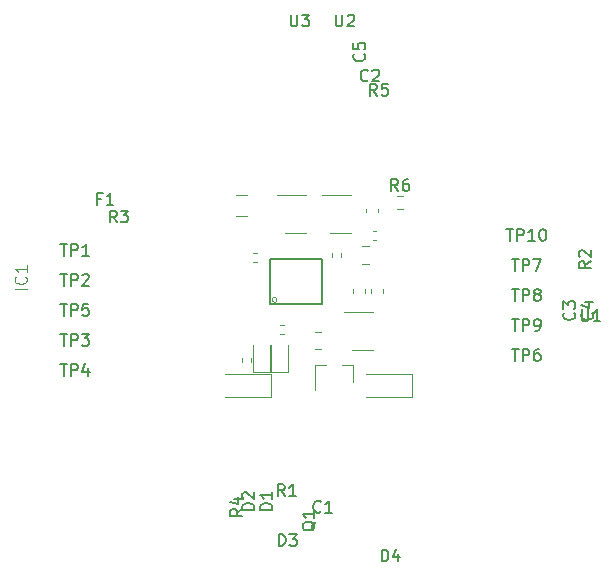
<source format=gbr>
%TF.GenerationSoftware,KiCad,Pcbnew,5.1.8*%
%TF.CreationDate,2020-11-29T14:50:24+01:00*%
%TF.ProjectId,lipo-stamp-proto,6c69706f-2d73-4746-916d-702d70726f74,rev?*%
%TF.SameCoordinates,Original*%
%TF.FileFunction,Legend,Top*%
%TF.FilePolarity,Positive*%
%FSLAX46Y46*%
G04 Gerber Fmt 4.6, Leading zero omitted, Abs format (unit mm)*
G04 Created by KiCad (PCBNEW 5.1.8) date 2020-11-29 14:50:24*
%MOMM*%
%LPD*%
G01*
G04 APERTURE LIST*
%ADD10C,0.120000*%
%ADD11C,0.100000*%
%ADD12C,0.127000*%
%ADD13C,0.150000*%
%ADD14C,0.015000*%
G04 APERTURE END LIST*
D10*
%TO.C,R6*%
X123777742Y-51293500D02*
X124252258Y-51293500D01*
X123777742Y-52338500D02*
X124252258Y-52338500D01*
%TO.C,C5*%
X121156000Y-52668080D02*
X121156000Y-52386920D01*
X122176000Y-52668080D02*
X122176000Y-52386920D01*
%TO.C,C4*%
X121537000Y-59462580D02*
X121537000Y-59181420D01*
X122557000Y-59462580D02*
X122557000Y-59181420D01*
%TO.C,C3*%
X120013000Y-59462580D02*
X120013000Y-59181420D01*
X121033000Y-59462580D02*
X121033000Y-59181420D01*
%TO.C,C2*%
X120830748Y-55526000D02*
X121353252Y-55526000D01*
X120830748Y-56996000D02*
X121353252Y-56996000D01*
%TO.C,C1*%
X117355252Y-64235000D02*
X116832748Y-64235000D01*
X117355252Y-62765000D02*
X116832748Y-62765000D01*
%TO.C,D4*%
X125060000Y-68310000D02*
X125060000Y-66310000D01*
X125060000Y-66310000D02*
X121160000Y-66310000D01*
X125060000Y-68310000D02*
X121160000Y-68310000D01*
%TO.C,D3*%
X113120000Y-68310000D02*
X113120000Y-66310000D01*
X113120000Y-66310000D02*
X109220000Y-66310000D01*
X113120000Y-68310000D02*
X109220000Y-68310000D01*
%TO.C,U3*%
X114246000Y-54436000D02*
X116046000Y-54436000D01*
X116046000Y-51216000D02*
X113596000Y-51216000D01*
%TO.C,U2*%
X118056000Y-54436000D02*
X119856000Y-54436000D01*
X119856000Y-51216000D02*
X117406000Y-51216000D01*
%TO.C,U1*%
X119961000Y-64287000D02*
X121761000Y-64287000D01*
X121761000Y-61067000D02*
X119311000Y-61067000D01*
%TO.C,R5*%
X122012141Y-54990000D02*
X121704859Y-54990000D01*
X122012141Y-54230000D02*
X121704859Y-54230000D01*
%TO.C,R4*%
X110618000Y-65306641D02*
X110618000Y-64999359D01*
X111378000Y-65306641D02*
X111378000Y-64999359D01*
%TO.C,R3*%
X111608359Y-56135000D02*
X111915641Y-56135000D01*
X111608359Y-56895000D02*
X111915641Y-56895000D01*
%TO.C,R2*%
X118238000Y-56416641D02*
X118238000Y-56109359D01*
X118998000Y-56416641D02*
X118998000Y-56109359D01*
%TO.C,R1*%
X114197641Y-62991000D02*
X113890359Y-62991000D01*
X114197641Y-62231000D02*
X113890359Y-62231000D01*
%TO.C,Q1*%
X120010000Y-65550000D02*
X119080000Y-65550000D01*
X116850000Y-65550000D02*
X117780000Y-65550000D01*
X116850000Y-65550000D02*
X116850000Y-67710000D01*
X120010000Y-65550000D02*
X120010000Y-67010000D01*
D11*
%TO.C,IC1*%
X113614000Y-60071000D02*
G75*
G03*
X113614000Y-60071000I-203000J0D01*
G01*
D12*
X112989000Y-56642000D02*
X112989000Y-60452000D01*
X117389000Y-56642000D02*
X112989000Y-56642000D01*
X117389000Y-60452000D02*
X117389000Y-56642000D01*
X112989000Y-60452000D02*
X117389000Y-60452000D01*
D10*
%TO.C,F1*%
X111079455Y-52980000D02*
X110098545Y-52980000D01*
X111079455Y-51160000D02*
X110098545Y-51160000D01*
%TO.C,D2*%
X111533000Y-63868500D02*
X111533000Y-66153500D01*
X111533000Y-66153500D02*
X113003000Y-66153500D01*
X113003000Y-66153500D02*
X113003000Y-63868500D01*
%TO.C,D1*%
X113057000Y-63868500D02*
X113057000Y-66153500D01*
X113057000Y-66153500D02*
X114527000Y-66153500D01*
X114527000Y-66153500D02*
X114527000Y-63868500D01*
%TO.C,R6*%
D13*
X123848333Y-50838380D02*
X123515000Y-50362190D01*
X123276904Y-50838380D02*
X123276904Y-49838380D01*
X123657857Y-49838380D01*
X123753095Y-49886000D01*
X123800714Y-49933619D01*
X123848333Y-50028857D01*
X123848333Y-50171714D01*
X123800714Y-50266952D01*
X123753095Y-50314571D01*
X123657857Y-50362190D01*
X123276904Y-50362190D01*
X124705476Y-49838380D02*
X124515000Y-49838380D01*
X124419761Y-49886000D01*
X124372142Y-49933619D01*
X124276904Y-50076476D01*
X124229285Y-50266952D01*
X124229285Y-50647904D01*
X124276904Y-50743142D01*
X124324523Y-50790761D01*
X124419761Y-50838380D01*
X124610238Y-50838380D01*
X124705476Y-50790761D01*
X124753095Y-50743142D01*
X124800714Y-50647904D01*
X124800714Y-50409809D01*
X124753095Y-50314571D01*
X124705476Y-50266952D01*
X124610238Y-50219333D01*
X124419761Y-50219333D01*
X124324523Y-50266952D01*
X124276904Y-50314571D01*
X124229285Y-50409809D01*
%TO.C,C5*%
X120974142Y-39232166D02*
X121021761Y-39279785D01*
X121069380Y-39422642D01*
X121069380Y-39517880D01*
X121021761Y-39660738D01*
X120926523Y-39755976D01*
X120831285Y-39803595D01*
X120640809Y-39851214D01*
X120497952Y-39851214D01*
X120307476Y-39803595D01*
X120212238Y-39755976D01*
X120117000Y-39660738D01*
X120069380Y-39517880D01*
X120069380Y-39422642D01*
X120117000Y-39279785D01*
X120164619Y-39232166D01*
X120069380Y-38327404D02*
X120069380Y-38803595D01*
X120545571Y-38851214D01*
X120497952Y-38803595D01*
X120450333Y-38708357D01*
X120450333Y-38470261D01*
X120497952Y-38375023D01*
X120545571Y-38327404D01*
X120640809Y-38279785D01*
X120878904Y-38279785D01*
X120974142Y-38327404D01*
X121021761Y-38375023D01*
X121069380Y-38470261D01*
X121069380Y-38708357D01*
X121021761Y-38803595D01*
X120974142Y-38851214D01*
%TO.C,C4*%
X140278142Y-61139666D02*
X140325761Y-61187285D01*
X140373380Y-61330142D01*
X140373380Y-61425380D01*
X140325761Y-61568238D01*
X140230523Y-61663476D01*
X140135285Y-61711095D01*
X139944809Y-61758714D01*
X139801952Y-61758714D01*
X139611476Y-61711095D01*
X139516238Y-61663476D01*
X139421000Y-61568238D01*
X139373380Y-61425380D01*
X139373380Y-61330142D01*
X139421000Y-61187285D01*
X139468619Y-61139666D01*
X139706714Y-60282523D02*
X140373380Y-60282523D01*
X139325761Y-60520619D02*
X140040047Y-60758714D01*
X140040047Y-60139666D01*
%TO.C,C3*%
X138754142Y-61139666D02*
X138801761Y-61187285D01*
X138849380Y-61330142D01*
X138849380Y-61425380D01*
X138801761Y-61568238D01*
X138706523Y-61663476D01*
X138611285Y-61711095D01*
X138420809Y-61758714D01*
X138277952Y-61758714D01*
X138087476Y-61711095D01*
X137992238Y-61663476D01*
X137897000Y-61568238D01*
X137849380Y-61425380D01*
X137849380Y-61330142D01*
X137897000Y-61187285D01*
X137944619Y-61139666D01*
X137849380Y-60806333D02*
X137849380Y-60187285D01*
X138230333Y-60520619D01*
X138230333Y-60377761D01*
X138277952Y-60282523D01*
X138325571Y-60234904D01*
X138420809Y-60187285D01*
X138658904Y-60187285D01*
X138754142Y-60234904D01*
X138801761Y-60282523D01*
X138849380Y-60377761D01*
X138849380Y-60663476D01*
X138801761Y-60758714D01*
X138754142Y-60806333D01*
%TO.C,C2*%
X121306333Y-41476142D02*
X121258714Y-41523761D01*
X121115857Y-41571380D01*
X121020619Y-41571380D01*
X120877761Y-41523761D01*
X120782523Y-41428523D01*
X120734904Y-41333285D01*
X120687285Y-41142809D01*
X120687285Y-40999952D01*
X120734904Y-40809476D01*
X120782523Y-40714238D01*
X120877761Y-40619000D01*
X121020619Y-40571380D01*
X121115857Y-40571380D01*
X121258714Y-40619000D01*
X121306333Y-40666619D01*
X121687285Y-40666619D02*
X121734904Y-40619000D01*
X121830142Y-40571380D01*
X122068238Y-40571380D01*
X122163476Y-40619000D01*
X122211095Y-40666619D01*
X122258714Y-40761857D01*
X122258714Y-40857095D01*
X122211095Y-40999952D01*
X121639666Y-41571380D01*
X122258714Y-41571380D01*
%TO.C,C1*%
X117308333Y-77983142D02*
X117260714Y-78030761D01*
X117117857Y-78078380D01*
X117022619Y-78078380D01*
X116879761Y-78030761D01*
X116784523Y-77935523D01*
X116736904Y-77840285D01*
X116689285Y-77649809D01*
X116689285Y-77506952D01*
X116736904Y-77316476D01*
X116784523Y-77221238D01*
X116879761Y-77126000D01*
X117022619Y-77078380D01*
X117117857Y-77078380D01*
X117260714Y-77126000D01*
X117308333Y-77173619D01*
X118260714Y-78078380D02*
X117689285Y-78078380D01*
X117975000Y-78078380D02*
X117975000Y-77078380D01*
X117879761Y-77221238D01*
X117784523Y-77316476D01*
X117689285Y-77364095D01*
%TO.C,D4*%
X122452904Y-82208380D02*
X122452904Y-81208380D01*
X122691000Y-81208380D01*
X122833857Y-81256000D01*
X122929095Y-81351238D01*
X122976714Y-81446476D01*
X123024333Y-81636952D01*
X123024333Y-81779809D01*
X122976714Y-81970285D01*
X122929095Y-82065523D01*
X122833857Y-82160761D01*
X122691000Y-82208380D01*
X122452904Y-82208380D01*
X123881476Y-81541714D02*
X123881476Y-82208380D01*
X123643380Y-81160761D02*
X123405285Y-81875047D01*
X124024333Y-81875047D01*
%TO.C,D3*%
X113752404Y-80906880D02*
X113752404Y-79906880D01*
X113990500Y-79906880D01*
X114133357Y-79954500D01*
X114228595Y-80049738D01*
X114276214Y-80144976D01*
X114323833Y-80335452D01*
X114323833Y-80478309D01*
X114276214Y-80668785D01*
X114228595Y-80764023D01*
X114133357Y-80859261D01*
X113990500Y-80906880D01*
X113752404Y-80906880D01*
X114657166Y-79906880D02*
X115276214Y-79906880D01*
X114942880Y-80287833D01*
X115085738Y-80287833D01*
X115180976Y-80335452D01*
X115228595Y-80383071D01*
X115276214Y-80478309D01*
X115276214Y-80716404D01*
X115228595Y-80811642D01*
X115180976Y-80859261D01*
X115085738Y-80906880D01*
X114800023Y-80906880D01*
X114704785Y-80859261D01*
X114657166Y-80811642D01*
%TO.C,U3*%
X114765095Y-35916380D02*
X114765095Y-36725904D01*
X114812714Y-36821142D01*
X114860333Y-36868761D01*
X114955571Y-36916380D01*
X115146047Y-36916380D01*
X115241285Y-36868761D01*
X115288904Y-36821142D01*
X115336523Y-36725904D01*
X115336523Y-35916380D01*
X115717476Y-35916380D02*
X116336523Y-35916380D01*
X116003190Y-36297333D01*
X116146047Y-36297333D01*
X116241285Y-36344952D01*
X116288904Y-36392571D01*
X116336523Y-36487809D01*
X116336523Y-36725904D01*
X116288904Y-36821142D01*
X116241285Y-36868761D01*
X116146047Y-36916380D01*
X115860333Y-36916380D01*
X115765095Y-36868761D01*
X115717476Y-36821142D01*
%TO.C,U2*%
X118575095Y-35916380D02*
X118575095Y-36725904D01*
X118622714Y-36821142D01*
X118670333Y-36868761D01*
X118765571Y-36916380D01*
X118956047Y-36916380D01*
X119051285Y-36868761D01*
X119098904Y-36821142D01*
X119146523Y-36725904D01*
X119146523Y-35916380D01*
X119575095Y-36011619D02*
X119622714Y-35964000D01*
X119717952Y-35916380D01*
X119956047Y-35916380D01*
X120051285Y-35964000D01*
X120098904Y-36011619D01*
X120146523Y-36106857D01*
X120146523Y-36202095D01*
X120098904Y-36344952D01*
X119527476Y-36916380D01*
X120146523Y-36916380D01*
%TO.C,U1*%
X139403095Y-60880380D02*
X139403095Y-61689904D01*
X139450714Y-61785142D01*
X139498333Y-61832761D01*
X139593571Y-61880380D01*
X139784047Y-61880380D01*
X139879285Y-61832761D01*
X139926904Y-61785142D01*
X139974523Y-61689904D01*
X139974523Y-60880380D01*
X140974523Y-61880380D02*
X140403095Y-61880380D01*
X140688809Y-61880380D02*
X140688809Y-60880380D01*
X140593571Y-61023238D01*
X140498333Y-61118476D01*
X140403095Y-61166095D01*
%TO.C,TP10*%
X133008904Y-54062380D02*
X133580333Y-54062380D01*
X133294619Y-55062380D02*
X133294619Y-54062380D01*
X133913666Y-55062380D02*
X133913666Y-54062380D01*
X134294619Y-54062380D01*
X134389857Y-54110000D01*
X134437476Y-54157619D01*
X134485095Y-54252857D01*
X134485095Y-54395714D01*
X134437476Y-54490952D01*
X134389857Y-54538571D01*
X134294619Y-54586190D01*
X133913666Y-54586190D01*
X135437476Y-55062380D02*
X134866047Y-55062380D01*
X135151761Y-55062380D02*
X135151761Y-54062380D01*
X135056523Y-54205238D01*
X134961285Y-54300476D01*
X134866047Y-54348095D01*
X136056523Y-54062380D02*
X136151761Y-54062380D01*
X136247000Y-54110000D01*
X136294619Y-54157619D01*
X136342238Y-54252857D01*
X136389857Y-54443333D01*
X136389857Y-54681428D01*
X136342238Y-54871904D01*
X136294619Y-54967142D01*
X136247000Y-55014761D01*
X136151761Y-55062380D01*
X136056523Y-55062380D01*
X135961285Y-55014761D01*
X135913666Y-54967142D01*
X135866047Y-54871904D01*
X135818428Y-54681428D01*
X135818428Y-54443333D01*
X135866047Y-54252857D01*
X135913666Y-54157619D01*
X135961285Y-54110000D01*
X136056523Y-54062380D01*
%TO.C,TP9*%
X133485095Y-61682380D02*
X134056523Y-61682380D01*
X133770809Y-62682380D02*
X133770809Y-61682380D01*
X134389857Y-62682380D02*
X134389857Y-61682380D01*
X134770809Y-61682380D01*
X134866047Y-61730000D01*
X134913666Y-61777619D01*
X134961285Y-61872857D01*
X134961285Y-62015714D01*
X134913666Y-62110952D01*
X134866047Y-62158571D01*
X134770809Y-62206190D01*
X134389857Y-62206190D01*
X135437476Y-62682380D02*
X135627952Y-62682380D01*
X135723190Y-62634761D01*
X135770809Y-62587142D01*
X135866047Y-62444285D01*
X135913666Y-62253809D01*
X135913666Y-61872857D01*
X135866047Y-61777619D01*
X135818428Y-61730000D01*
X135723190Y-61682380D01*
X135532714Y-61682380D01*
X135437476Y-61730000D01*
X135389857Y-61777619D01*
X135342238Y-61872857D01*
X135342238Y-62110952D01*
X135389857Y-62206190D01*
X135437476Y-62253809D01*
X135532714Y-62301428D01*
X135723190Y-62301428D01*
X135818428Y-62253809D01*
X135866047Y-62206190D01*
X135913666Y-62110952D01*
%TO.C,TP8*%
X133485095Y-59142380D02*
X134056523Y-59142380D01*
X133770809Y-60142380D02*
X133770809Y-59142380D01*
X134389857Y-60142380D02*
X134389857Y-59142380D01*
X134770809Y-59142380D01*
X134866047Y-59190000D01*
X134913666Y-59237619D01*
X134961285Y-59332857D01*
X134961285Y-59475714D01*
X134913666Y-59570952D01*
X134866047Y-59618571D01*
X134770809Y-59666190D01*
X134389857Y-59666190D01*
X135532714Y-59570952D02*
X135437476Y-59523333D01*
X135389857Y-59475714D01*
X135342238Y-59380476D01*
X135342238Y-59332857D01*
X135389857Y-59237619D01*
X135437476Y-59190000D01*
X135532714Y-59142380D01*
X135723190Y-59142380D01*
X135818428Y-59190000D01*
X135866047Y-59237619D01*
X135913666Y-59332857D01*
X135913666Y-59380476D01*
X135866047Y-59475714D01*
X135818428Y-59523333D01*
X135723190Y-59570952D01*
X135532714Y-59570952D01*
X135437476Y-59618571D01*
X135389857Y-59666190D01*
X135342238Y-59761428D01*
X135342238Y-59951904D01*
X135389857Y-60047142D01*
X135437476Y-60094761D01*
X135532714Y-60142380D01*
X135723190Y-60142380D01*
X135818428Y-60094761D01*
X135866047Y-60047142D01*
X135913666Y-59951904D01*
X135913666Y-59761428D01*
X135866047Y-59666190D01*
X135818428Y-59618571D01*
X135723190Y-59570952D01*
%TO.C,TP7*%
X133485095Y-56602380D02*
X134056523Y-56602380D01*
X133770809Y-57602380D02*
X133770809Y-56602380D01*
X134389857Y-57602380D02*
X134389857Y-56602380D01*
X134770809Y-56602380D01*
X134866047Y-56650000D01*
X134913666Y-56697619D01*
X134961285Y-56792857D01*
X134961285Y-56935714D01*
X134913666Y-57030952D01*
X134866047Y-57078571D01*
X134770809Y-57126190D01*
X134389857Y-57126190D01*
X135294619Y-56602380D02*
X135961285Y-56602380D01*
X135532714Y-57602380D01*
%TO.C,TP6*%
X133485095Y-64222380D02*
X134056523Y-64222380D01*
X133770809Y-65222380D02*
X133770809Y-64222380D01*
X134389857Y-65222380D02*
X134389857Y-64222380D01*
X134770809Y-64222380D01*
X134866047Y-64270000D01*
X134913666Y-64317619D01*
X134961285Y-64412857D01*
X134961285Y-64555714D01*
X134913666Y-64650952D01*
X134866047Y-64698571D01*
X134770809Y-64746190D01*
X134389857Y-64746190D01*
X135818428Y-64222380D02*
X135627952Y-64222380D01*
X135532714Y-64270000D01*
X135485095Y-64317619D01*
X135389857Y-64460476D01*
X135342238Y-64650952D01*
X135342238Y-65031904D01*
X135389857Y-65127142D01*
X135437476Y-65174761D01*
X135532714Y-65222380D01*
X135723190Y-65222380D01*
X135818428Y-65174761D01*
X135866047Y-65127142D01*
X135913666Y-65031904D01*
X135913666Y-64793809D01*
X135866047Y-64698571D01*
X135818428Y-64650952D01*
X135723190Y-64603333D01*
X135532714Y-64603333D01*
X135437476Y-64650952D01*
X135389857Y-64698571D01*
X135342238Y-64793809D01*
%TO.C,TP5*%
X95258095Y-60412380D02*
X95829523Y-60412380D01*
X95543809Y-61412380D02*
X95543809Y-60412380D01*
X96162857Y-61412380D02*
X96162857Y-60412380D01*
X96543809Y-60412380D01*
X96639047Y-60460000D01*
X96686666Y-60507619D01*
X96734285Y-60602857D01*
X96734285Y-60745714D01*
X96686666Y-60840952D01*
X96639047Y-60888571D01*
X96543809Y-60936190D01*
X96162857Y-60936190D01*
X97639047Y-60412380D02*
X97162857Y-60412380D01*
X97115238Y-60888571D01*
X97162857Y-60840952D01*
X97258095Y-60793333D01*
X97496190Y-60793333D01*
X97591428Y-60840952D01*
X97639047Y-60888571D01*
X97686666Y-60983809D01*
X97686666Y-61221904D01*
X97639047Y-61317142D01*
X97591428Y-61364761D01*
X97496190Y-61412380D01*
X97258095Y-61412380D01*
X97162857Y-61364761D01*
X97115238Y-61317142D01*
%TO.C,TP4*%
X95258095Y-65492380D02*
X95829523Y-65492380D01*
X95543809Y-66492380D02*
X95543809Y-65492380D01*
X96162857Y-66492380D02*
X96162857Y-65492380D01*
X96543809Y-65492380D01*
X96639047Y-65540000D01*
X96686666Y-65587619D01*
X96734285Y-65682857D01*
X96734285Y-65825714D01*
X96686666Y-65920952D01*
X96639047Y-65968571D01*
X96543809Y-66016190D01*
X96162857Y-66016190D01*
X97591428Y-65825714D02*
X97591428Y-66492380D01*
X97353333Y-65444761D02*
X97115238Y-66159047D01*
X97734285Y-66159047D01*
%TO.C,TP3*%
X95258095Y-62952380D02*
X95829523Y-62952380D01*
X95543809Y-63952380D02*
X95543809Y-62952380D01*
X96162857Y-63952380D02*
X96162857Y-62952380D01*
X96543809Y-62952380D01*
X96639047Y-63000000D01*
X96686666Y-63047619D01*
X96734285Y-63142857D01*
X96734285Y-63285714D01*
X96686666Y-63380952D01*
X96639047Y-63428571D01*
X96543809Y-63476190D01*
X96162857Y-63476190D01*
X97067619Y-62952380D02*
X97686666Y-62952380D01*
X97353333Y-63333333D01*
X97496190Y-63333333D01*
X97591428Y-63380952D01*
X97639047Y-63428571D01*
X97686666Y-63523809D01*
X97686666Y-63761904D01*
X97639047Y-63857142D01*
X97591428Y-63904761D01*
X97496190Y-63952380D01*
X97210476Y-63952380D01*
X97115238Y-63904761D01*
X97067619Y-63857142D01*
%TO.C,TP2*%
X95258095Y-57872380D02*
X95829523Y-57872380D01*
X95543809Y-58872380D02*
X95543809Y-57872380D01*
X96162857Y-58872380D02*
X96162857Y-57872380D01*
X96543809Y-57872380D01*
X96639047Y-57920000D01*
X96686666Y-57967619D01*
X96734285Y-58062857D01*
X96734285Y-58205714D01*
X96686666Y-58300952D01*
X96639047Y-58348571D01*
X96543809Y-58396190D01*
X96162857Y-58396190D01*
X97115238Y-57967619D02*
X97162857Y-57920000D01*
X97258095Y-57872380D01*
X97496190Y-57872380D01*
X97591428Y-57920000D01*
X97639047Y-57967619D01*
X97686666Y-58062857D01*
X97686666Y-58158095D01*
X97639047Y-58300952D01*
X97067619Y-58872380D01*
X97686666Y-58872380D01*
%TO.C,TP1*%
X95258095Y-55332380D02*
X95829523Y-55332380D01*
X95543809Y-56332380D02*
X95543809Y-55332380D01*
X96162857Y-56332380D02*
X96162857Y-55332380D01*
X96543809Y-55332380D01*
X96639047Y-55380000D01*
X96686666Y-55427619D01*
X96734285Y-55522857D01*
X96734285Y-55665714D01*
X96686666Y-55760952D01*
X96639047Y-55808571D01*
X96543809Y-55856190D01*
X96162857Y-55856190D01*
X97686666Y-56332380D02*
X97115238Y-56332380D01*
X97400952Y-56332380D02*
X97400952Y-55332380D01*
X97305714Y-55475238D01*
X97210476Y-55570476D01*
X97115238Y-55618095D01*
%TO.C,R5*%
X122072833Y-42770380D02*
X121739500Y-42294190D01*
X121501404Y-42770380D02*
X121501404Y-41770380D01*
X121882357Y-41770380D01*
X121977595Y-41818000D01*
X122025214Y-41865619D01*
X122072833Y-41960857D01*
X122072833Y-42103714D01*
X122025214Y-42198952D01*
X121977595Y-42246571D01*
X121882357Y-42294190D01*
X121501404Y-42294190D01*
X122977595Y-41770380D02*
X122501404Y-41770380D01*
X122453785Y-42246571D01*
X122501404Y-42198952D01*
X122596642Y-42151333D01*
X122834738Y-42151333D01*
X122929976Y-42198952D01*
X122977595Y-42246571D01*
X123025214Y-42341809D01*
X123025214Y-42579904D01*
X122977595Y-42675142D01*
X122929976Y-42722761D01*
X122834738Y-42770380D01*
X122596642Y-42770380D01*
X122501404Y-42722761D01*
X122453785Y-42675142D01*
%TO.C,R4*%
X110661380Y-77765666D02*
X110185190Y-78099000D01*
X110661380Y-78337095D02*
X109661380Y-78337095D01*
X109661380Y-77956142D01*
X109709000Y-77860904D01*
X109756619Y-77813285D01*
X109851857Y-77765666D01*
X109994714Y-77765666D01*
X110089952Y-77813285D01*
X110137571Y-77860904D01*
X110185190Y-77956142D01*
X110185190Y-78337095D01*
X109994714Y-76908523D02*
X110661380Y-76908523D01*
X109613761Y-77146619D02*
X110328047Y-77384714D01*
X110328047Y-76765666D01*
%TO.C,R3*%
X100038333Y-53511380D02*
X99705000Y-53035190D01*
X99466904Y-53511380D02*
X99466904Y-52511380D01*
X99847857Y-52511380D01*
X99943095Y-52559000D01*
X99990714Y-52606619D01*
X100038333Y-52701857D01*
X100038333Y-52844714D01*
X99990714Y-52939952D01*
X99943095Y-52987571D01*
X99847857Y-53035190D01*
X99466904Y-53035190D01*
X100371666Y-52511380D02*
X100990714Y-52511380D01*
X100657380Y-52892333D01*
X100800238Y-52892333D01*
X100895476Y-52939952D01*
X100943095Y-52987571D01*
X100990714Y-53082809D01*
X100990714Y-53320904D01*
X100943095Y-53416142D01*
X100895476Y-53463761D01*
X100800238Y-53511380D01*
X100514523Y-53511380D01*
X100419285Y-53463761D01*
X100371666Y-53416142D01*
%TO.C,R2*%
X140152380Y-56808666D02*
X139676190Y-57142000D01*
X140152380Y-57380095D02*
X139152380Y-57380095D01*
X139152380Y-56999142D01*
X139200000Y-56903904D01*
X139247619Y-56856285D01*
X139342857Y-56808666D01*
X139485714Y-56808666D01*
X139580952Y-56856285D01*
X139628571Y-56903904D01*
X139676190Y-56999142D01*
X139676190Y-57380095D01*
X139247619Y-56427714D02*
X139200000Y-56380095D01*
X139152380Y-56284857D01*
X139152380Y-56046761D01*
X139200000Y-55951523D01*
X139247619Y-55903904D01*
X139342857Y-55856285D01*
X139438095Y-55856285D01*
X139580952Y-55903904D01*
X140152380Y-56475333D01*
X140152380Y-55856285D01*
%TO.C,R1*%
X114258333Y-76679380D02*
X113925000Y-76203190D01*
X113686904Y-76679380D02*
X113686904Y-75679380D01*
X114067857Y-75679380D01*
X114163095Y-75727000D01*
X114210714Y-75774619D01*
X114258333Y-75869857D01*
X114258333Y-76012714D01*
X114210714Y-76107952D01*
X114163095Y-76155571D01*
X114067857Y-76203190D01*
X113686904Y-76203190D01*
X115210714Y-76679380D02*
X114639285Y-76679380D01*
X114925000Y-76679380D02*
X114925000Y-75679380D01*
X114829761Y-75822238D01*
X114734523Y-75917476D01*
X114639285Y-75965095D01*
%TO.C,Q1*%
X116858619Y-78851238D02*
X116811000Y-78946476D01*
X116715761Y-79041714D01*
X116572904Y-79184571D01*
X116525285Y-79279809D01*
X116525285Y-79375047D01*
X116763380Y-79327428D02*
X116715761Y-79422666D01*
X116620523Y-79517904D01*
X116430047Y-79565523D01*
X116096714Y-79565523D01*
X115906238Y-79517904D01*
X115811000Y-79422666D01*
X115763380Y-79327428D01*
X115763380Y-79136952D01*
X115811000Y-79041714D01*
X115906238Y-78946476D01*
X116096714Y-78898857D01*
X116430047Y-78898857D01*
X116620523Y-78946476D01*
X116715761Y-79041714D01*
X116763380Y-79136952D01*
X116763380Y-79327428D01*
X116763380Y-77946476D02*
X116763380Y-78517904D01*
X116763380Y-78232190D02*
X115763380Y-78232190D01*
X115906238Y-78327428D01*
X116001476Y-78422666D01*
X116049095Y-78517904D01*
%TO.C,IC1*%
D14*
X92400508Y-59142466D02*
X91400225Y-59142466D01*
X92305243Y-58094551D02*
X92352876Y-58142183D01*
X92400508Y-58285081D01*
X92400508Y-58380346D01*
X92352876Y-58523243D01*
X92257611Y-58618508D01*
X92162346Y-58666141D01*
X91971816Y-58713774D01*
X91828918Y-58713774D01*
X91638388Y-58666141D01*
X91543123Y-58618508D01*
X91447858Y-58523243D01*
X91400225Y-58380346D01*
X91400225Y-58285081D01*
X91447858Y-58142183D01*
X91495491Y-58094551D01*
X92400508Y-57141900D02*
X92400508Y-57713491D01*
X92400508Y-57427695D02*
X91400225Y-57427695D01*
X91543123Y-57522960D01*
X91638388Y-57618225D01*
X91686021Y-57713491D01*
%TO.C,F1*%
D13*
X98698666Y-51492571D02*
X98365333Y-51492571D01*
X98365333Y-52016380D02*
X98365333Y-51016380D01*
X98841523Y-51016380D01*
X99746285Y-52016380D02*
X99174857Y-52016380D01*
X99460571Y-52016380D02*
X99460571Y-51016380D01*
X99365333Y-51159238D01*
X99270095Y-51254476D01*
X99174857Y-51302095D01*
%TO.C,D2*%
X111671380Y-77852595D02*
X110671380Y-77852595D01*
X110671380Y-77614500D01*
X110719000Y-77471642D01*
X110814238Y-77376404D01*
X110909476Y-77328785D01*
X111099952Y-77281166D01*
X111242809Y-77281166D01*
X111433285Y-77328785D01*
X111528523Y-77376404D01*
X111623761Y-77471642D01*
X111671380Y-77614500D01*
X111671380Y-77852595D01*
X110766619Y-76900214D02*
X110719000Y-76852595D01*
X110671380Y-76757357D01*
X110671380Y-76519261D01*
X110719000Y-76424023D01*
X110766619Y-76376404D01*
X110861857Y-76328785D01*
X110957095Y-76328785D01*
X111099952Y-76376404D01*
X111671380Y-76947833D01*
X111671380Y-76328785D01*
%TO.C,D1*%
X113195380Y-77852595D02*
X112195380Y-77852595D01*
X112195380Y-77614500D01*
X112243000Y-77471642D01*
X112338238Y-77376404D01*
X112433476Y-77328785D01*
X112623952Y-77281166D01*
X112766809Y-77281166D01*
X112957285Y-77328785D01*
X113052523Y-77376404D01*
X113147761Y-77471642D01*
X113195380Y-77614500D01*
X113195380Y-77852595D01*
X113195380Y-76328785D02*
X113195380Y-76900214D01*
X113195380Y-76614500D02*
X112195380Y-76614500D01*
X112338238Y-76709738D01*
X112433476Y-76804976D01*
X112481095Y-76900214D01*
%TD*%
M02*

</source>
